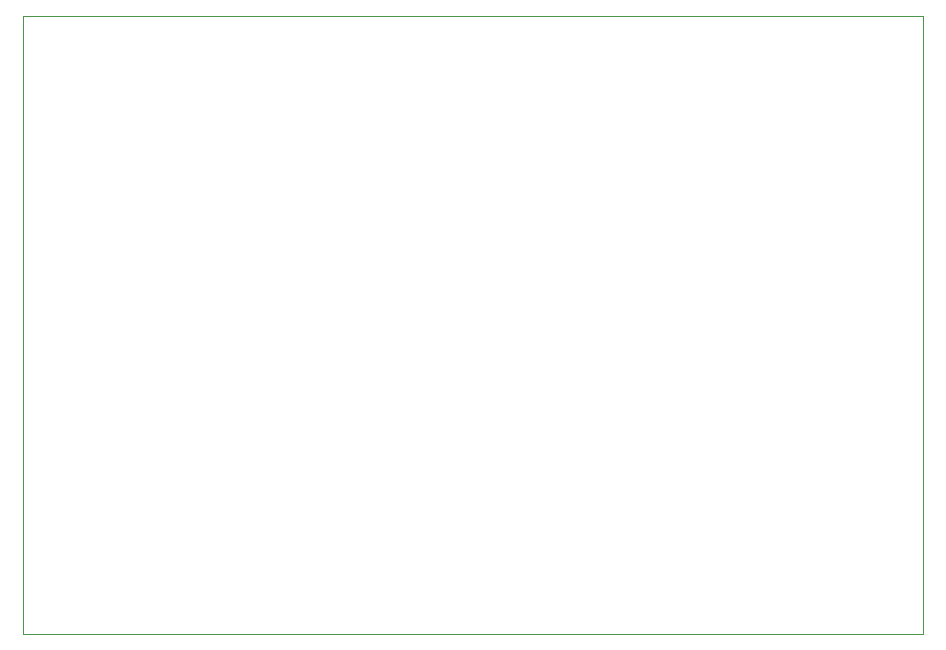
<source format=gbr>
%TF.GenerationSoftware,KiCad,Pcbnew,7.0.1-0*%
%TF.CreationDate,2023-04-18T17:15:32-07:00*%
%TF.ProjectId,rv,72762e6b-6963-4616-945f-706362585858,rev?*%
%TF.SameCoordinates,Original*%
%TF.FileFunction,Profile,NP*%
%FSLAX46Y46*%
G04 Gerber Fmt 4.6, Leading zero omitted, Abs format (unit mm)*
G04 Created by KiCad (PCBNEW 7.0.1-0) date 2023-04-18 17:15:32*
%MOMM*%
%LPD*%
G01*
G04 APERTURE LIST*
%TA.AperFunction,Profile*%
%ADD10C,0.100000*%
%TD*%
G04 APERTURE END LIST*
D10*
X149860000Y-31496000D02*
X226060000Y-31496000D01*
X226060000Y-83820000D02*
X149860000Y-83820000D01*
X149860000Y-83820000D02*
X149860000Y-31496000D01*
X226060000Y-31496000D02*
X226060000Y-83820000D01*
M02*

</source>
